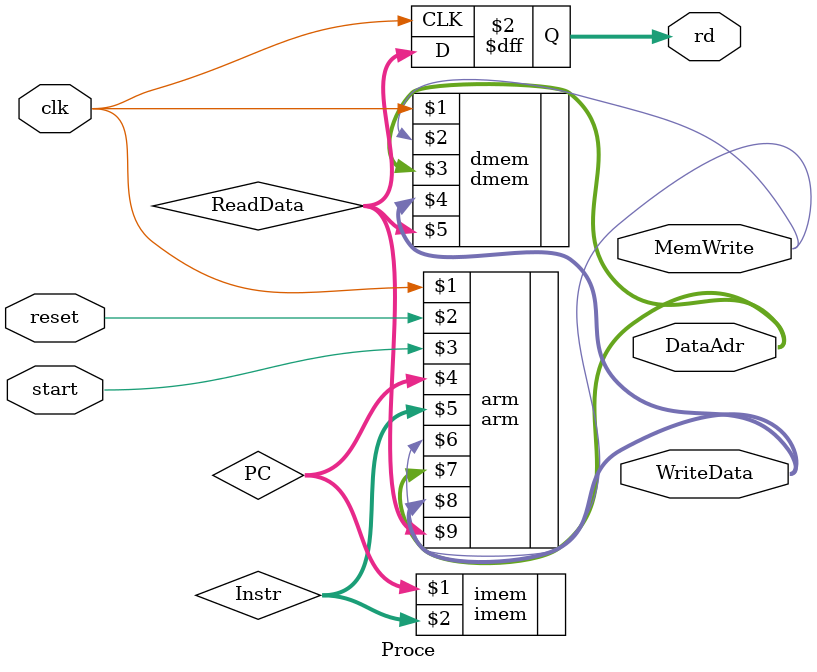
<source format=sv>
module Proce(input logic clk, reset, start,
				output logic [31:0] WriteData, DataAdr, rd,
				output logic MemWrite);
				
	logic [31:0] PC, Instr, ReadData;
	
	// instantiate processor and memories
	arm arm(clk, reset, start, PC, Instr, MemWrite, DataAdr,
				WriteData, ReadData);
				
	imem imem(PC, Instr);
	
	dmem dmem(clk, MemWrite, DataAdr, WriteData, ReadData);
	
	always @(posedge clk) begin
		rd = ReadData;
	end
	
endmodule
</source>
